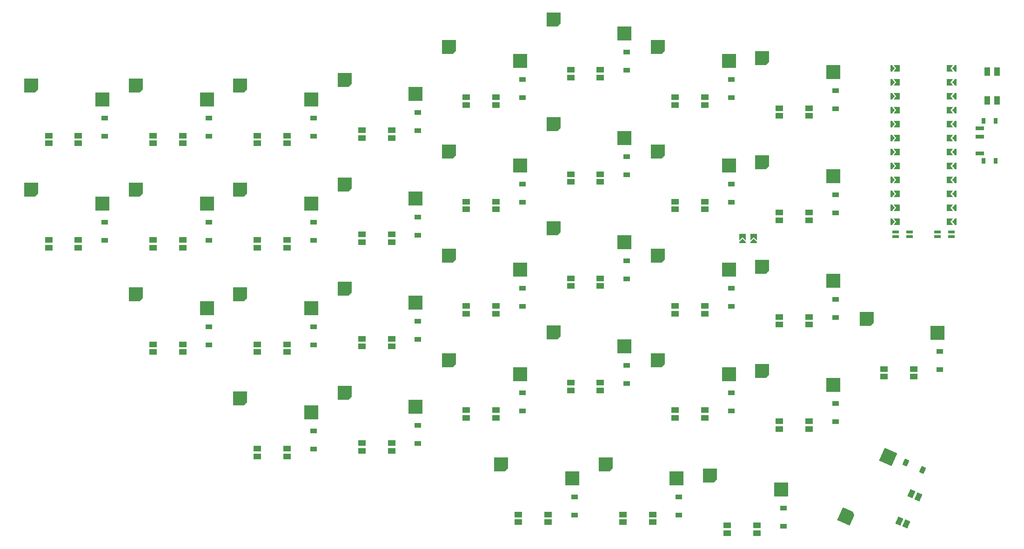
<source format=gbr>
%TF.GenerationSoftware,KiCad,Pcbnew,8.0.6*%
%TF.CreationDate,2025-01-09T22:44:34+01:00*%
%TF.ProjectId,deley,64656c65-792e-46b6-9963-61645f706362,0.1*%
%TF.SameCoordinates,Original*%
%TF.FileFunction,Paste,Top*%
%TF.FilePolarity,Positive*%
%FSLAX46Y46*%
G04 Gerber Fmt 4.6, Leading zero omitted, Abs format (unit mm)*
G04 Created by KiCad (PCBNEW 8.0.6) date 2025-01-09 22:44:34*
%MOMM*%
%LPD*%
G01*
G04 APERTURE LIST*
G04 Aperture macros list*
%AMRotRect*
0 Rectangle, with rotation*
0 The origin of the aperture is its center*
0 $1 length*
0 $2 width*
0 $3 Rotation angle, in degrees counterclockwise*
0 Add horizontal line*
21,1,$1,$2,0,0,$3*%
%AMOutline5P*
0 Free polygon, 5 corners , with rotation*
0 The origin of the aperture is its center*
0 number of corners: always 5*
0 $1 to $10 corner X, Y*
0 $11 Rotation angle, in degrees counterclockwise*
0 create outline with 5 corners*
4,1,5,$1,$2,$3,$4,$5,$6,$7,$8,$9,$10,$1,$2,$11*%
%AMOutline6P*
0 Free polygon, 6 corners , with rotation*
0 The origin of the aperture is its center*
0 number of corners: always 6*
0 $1 to $12 corner X, Y*
0 $13 Rotation angle, in degrees counterclockwise*
0 create outline with 6 corners*
4,1,6,$1,$2,$3,$4,$5,$6,$7,$8,$9,$10,$11,$12,$1,$2,$13*%
%AMOutline7P*
0 Free polygon, 7 corners , with rotation*
0 The origin of the aperture is its center*
0 number of corners: always 7*
0 $1 to $14 corner X, Y*
0 $15 Rotation angle, in degrees counterclockwise*
0 create outline with 7 corners*
4,1,7,$1,$2,$3,$4,$5,$6,$7,$8,$9,$10,$11,$12,$13,$14,$1,$2,$15*%
%AMOutline8P*
0 Free polygon, 8 corners , with rotation*
0 The origin of the aperture is its center*
0 number of corners: always 8*
0 $1 to $16 corner X, Y*
0 $17 Rotation angle, in degrees counterclockwise*
0 create outline with 8 corners*
4,1,8,$1,$2,$3,$4,$5,$6,$7,$8,$9,$10,$11,$12,$13,$14,$15,$16,$1,$2,$17*%
%AMFreePoly0*
4,1,6,0.500000,-0.625000,-0.650000,-0.625000,-0.150000,0.000000,-0.650000,0.625000,0.500000,0.625000,0.500000,-0.625000,0.500000,-0.625000,$1*%
%AMFreePoly1*
4,1,6,0.250000,0.000000,-0.250000,-0.625000,-0.500000,-0.625000,-0.500000,0.625000,-0.250000,0.625000,0.250000,0.000000,0.250000,0.000000,$1*%
%AMFreePoly2*
4,1,6,0.600000,-0.200000,0.600000,-0.400000,-0.600000,-0.400000,-0.600000,-0.200000,0.000000,0.400000,0.600000,-0.200000,0.600000,-0.200000,$1*%
%AMFreePoly3*
4,1,6,0.600000,-1.000000,0.000000,-0.400000,-0.600000,-1.000000,-0.600000,0.250000,0.600000,0.250000,0.600000,-1.000000,0.600000,-1.000000,$1*%
G04 Aperture macros list end*
%ADD10R,1.200000X0.900000*%
%ADD11RotRect,0.900000X1.200000X156.000000*%
%ADD12FreePoly0,0.000000*%
%ADD13FreePoly0,180.000000*%
%ADD14FreePoly1,0.000000*%
%ADD15FreePoly1,180.000000*%
%ADD16R,1.500000X0.700000*%
%ADD17R,0.800000X1.000000*%
%ADD18R,1.000000X1.550000*%
%ADD19R,1.200000X0.600000*%
%ADD20RotRect,1.400000X1.000000X246.000000*%
%ADD21R,1.400000X1.000000*%
%ADD22Outline5P,-1.275000X1.250000X1.275000X1.250000X1.275000X-0.750000X0.775000X-1.250000X-1.275000X-1.250000X0.000000*%
%ADD23R,2.550000X2.500000*%
%ADD24FreePoly2,0.000000*%
%ADD25FreePoly3,0.000000*%
%ADD26Outline5P,-1.275000X1.250000X1.275000X1.250000X1.275000X-0.750000X0.775000X-1.250000X-1.275000X-1.250000X66.000000*%
%ADD27RotRect,2.550000X2.500000X66.000000*%
G04 APERTURE END LIST*
D10*
%TO.C,D22*%
X231500000Y-163850000D03*
X231500000Y-167150000D03*
%TD*%
D11*
%TO.C,D33*%
X263327039Y-176594136D03*
X266341739Y-177936366D03*
%TD*%
D12*
%TO.C,MCU1*%
X261725000Y-104800000D03*
X261725000Y-107340000D03*
X261725000Y-109880000D03*
X261725000Y-112420000D03*
X261725000Y-114960000D03*
X261725000Y-117500000D03*
X261725000Y-120040000D03*
X261725000Y-122580000D03*
X261725000Y-125120000D03*
X261725000Y-127660000D03*
X261725000Y-130200000D03*
X261725000Y-132740000D03*
D13*
X271275000Y-132740000D03*
X271275000Y-130200000D03*
X271275000Y-127660000D03*
X271275000Y-125120000D03*
X271275000Y-122580000D03*
X271275000Y-120040000D03*
X271275000Y-117500000D03*
X271275000Y-114960000D03*
X271275000Y-112420000D03*
X271275000Y-109880000D03*
X271275000Y-107340000D03*
X271275000Y-104800000D03*
D14*
X261000000Y-104800000D03*
X261000000Y-107340000D03*
X261000000Y-109880000D03*
X261000000Y-112420000D03*
X261000000Y-114960000D03*
X261000000Y-117500000D03*
X261000000Y-120040000D03*
X261000000Y-122580000D03*
X261000000Y-125120000D03*
X261000000Y-127660000D03*
X261000000Y-130200000D03*
X261000000Y-132740000D03*
D15*
X272000000Y-132740000D03*
X272000000Y-130200000D03*
X272000000Y-127660000D03*
X272000000Y-125120000D03*
X272000000Y-122580000D03*
X272000000Y-120040000D03*
X272000000Y-117500000D03*
X272000000Y-114960000D03*
X272000000Y-112420000D03*
X272000000Y-109880000D03*
X272000000Y-107340000D03*
X272000000Y-104800000D03*
%TD*%
D10*
%TO.C,D14*%
X193500000Y-163850000D03*
X193500000Y-167150000D03*
%TD*%
%TO.C,D17*%
X193500000Y-106850000D03*
X193500000Y-110150000D03*
%TD*%
%TO.C,D7*%
X155500000Y-151850000D03*
X155500000Y-155150000D03*
%TD*%
%TO.C,D2*%
X117500000Y-113850000D03*
X117500000Y-117150000D03*
%TD*%
%TO.C,D16*%
X193500000Y-125850000D03*
X193500000Y-129150000D03*
%TD*%
%TO.C,D21*%
X212500000Y-101850000D03*
X212500000Y-105150000D03*
%TD*%
%TO.C,D9*%
X155500000Y-113850000D03*
X155500000Y-117150000D03*
%TD*%
%TO.C,D15*%
X193500000Y-144850000D03*
X193500000Y-148150000D03*
%TD*%
%TO.C,D24*%
X231500000Y-125850000D03*
X231500000Y-129150000D03*
%TD*%
%TO.C,D18*%
X212500000Y-158850000D03*
X212500000Y-162150000D03*
%TD*%
%TO.C,D32*%
X241000000Y-184850000D03*
X241000000Y-188150000D03*
%TD*%
D16*
%TO.C,PWR1*%
X276765000Y-115750000D03*
X276765000Y-117250000D03*
X276765000Y-120250000D03*
D17*
X279625000Y-121650000D03*
X279625000Y-114350000D03*
X277415000Y-121650000D03*
X277415000Y-114350000D03*
%TD*%
D10*
%TO.C,D23*%
X231500000Y-144850000D03*
X231500000Y-148150000D03*
%TD*%
%TO.C,D28*%
X250500000Y-127850000D03*
X250500000Y-131150000D03*
%TD*%
%TO.C,D13*%
X174500000Y-112850000D03*
X174500000Y-116150000D03*
%TD*%
%TO.C,D10*%
X174500000Y-169850000D03*
X174500000Y-173150000D03*
%TD*%
%TO.C,D27*%
X250500000Y-146850000D03*
X250500000Y-150150000D03*
%TD*%
%TO.C,D20*%
X212500000Y-120850000D03*
X212500000Y-124150000D03*
%TD*%
%TO.C,D4*%
X136500000Y-132850000D03*
X136500000Y-136150000D03*
%TD*%
%TO.C,D31*%
X222000000Y-182850000D03*
X222000000Y-186150000D03*
%TD*%
%TO.C,D19*%
X212500000Y-139850000D03*
X212500000Y-143150000D03*
%TD*%
D18*
%TO.C,RST1*%
X278150000Y-105375000D03*
X279850000Y-105375000D03*
X278150000Y-110625000D03*
X279850000Y-110625000D03*
%TD*%
D10*
%TO.C,D30*%
X203000000Y-182850000D03*
X203000000Y-186150000D03*
%TD*%
%TO.C,D6*%
X155500000Y-170850000D03*
X155500000Y-174150000D03*
%TD*%
%TO.C,D12*%
X174500000Y-131850000D03*
X174500000Y-135150000D03*
%TD*%
%TO.C,D3*%
X136500000Y-151850000D03*
X136500000Y-155150000D03*
%TD*%
%TO.C,D34*%
X269500000Y-156350000D03*
X269500000Y-159650000D03*
%TD*%
%TO.C,D8*%
X155500000Y-132850000D03*
X155500000Y-136150000D03*
%TD*%
%TO.C,D29*%
X250500000Y-108850000D03*
X250500000Y-112150000D03*
%TD*%
%TO.C,D26*%
X250500000Y-165850000D03*
X250500000Y-169150000D03*
%TD*%
%TO.C,D25*%
X231500000Y-106850000D03*
X231500000Y-110150000D03*
%TD*%
%TO.C,D11*%
X174500000Y-150850000D03*
X174500000Y-154150000D03*
%TD*%
D19*
%TO.C,DISP1*%
X271580000Y-134550000D03*
X269040000Y-134550000D03*
X263960000Y-134550000D03*
X261420000Y-134550000D03*
X271580000Y-135450000D03*
X269040000Y-135450000D03*
X263960000Y-135450000D03*
X261420000Y-135450000D03*
%TD*%
D10*
%TO.C,D5*%
X136500000Y-113850000D03*
X136500000Y-117150000D03*
%TD*%
%TO.C,D1*%
X117500000Y-132850000D03*
X117500000Y-136150000D03*
%TD*%
D20*
%TO.C,LED34*%
X265577012Y-182850142D03*
X264298048Y-182280711D03*
X262101670Y-187213856D03*
X263380634Y-187783287D03*
%TD*%
D21*
%TO.C,LED6*%
X145300000Y-174050000D03*
X145300000Y-175450000D03*
X150700000Y-175450000D03*
X150700000Y-174050000D03*
%TD*%
%TO.C,LED11*%
X183300000Y-148050000D03*
X183300000Y-149450000D03*
X188700000Y-149450000D03*
X188700000Y-148050000D03*
%TD*%
D22*
%TO.C,S30*%
X189658000Y-176920000D03*
D23*
X202585000Y-179460000D03*
%TD*%
D24*
%TO.C,JST1*%
X233600000Y-136200000D03*
X235600000Y-136200000D03*
D25*
X233600000Y-135184000D03*
X235600000Y-135184000D03*
%TD*%
D21*
%TO.C,LED3*%
X126300000Y-155050000D03*
X126300000Y-156450000D03*
X131700000Y-156450000D03*
X131700000Y-155050000D03*
%TD*%
D22*
%TO.C,S16*%
X180158000Y-119920000D03*
D23*
X193085000Y-122460000D03*
%TD*%
D21*
%TO.C,LED26*%
X207700000Y-144450000D03*
X207700000Y-143050000D03*
X202300000Y-143050000D03*
X202300000Y-144450000D03*
%TD*%
D22*
%TO.C,S14*%
X180158000Y-157920000D03*
D23*
X193085000Y-160460000D03*
%TD*%
D21*
%TO.C,LED14*%
X221300000Y-167050000D03*
X221300000Y-168450000D03*
X226700000Y-168450000D03*
X226700000Y-167050000D03*
%TD*%
D22*
%TO.C,S25*%
X218158000Y-100920000D03*
D23*
X231085000Y-103460000D03*
%TD*%
D22*
%TO.C,S28*%
X237158000Y-121920000D03*
D23*
X250085000Y-124460000D03*
%TD*%
D21*
%TO.C,LED21*%
X169700000Y-174450000D03*
X169700000Y-173050000D03*
X164300000Y-173050000D03*
X164300000Y-174450000D03*
%TD*%
%TO.C,LED12*%
X183300000Y-129050000D03*
X183300000Y-130450000D03*
X188700000Y-130450000D03*
X188700000Y-129050000D03*
%TD*%
%TO.C,LED25*%
X207700000Y-163450000D03*
X207700000Y-162050000D03*
X202300000Y-162050000D03*
X202300000Y-163450000D03*
%TD*%
%TO.C,LED8*%
X145300000Y-136050000D03*
X145300000Y-137450000D03*
X150700000Y-137450000D03*
X150700000Y-136050000D03*
%TD*%
%TO.C,LED20*%
X259300000Y-159550000D03*
X259300000Y-160950000D03*
X264700000Y-160950000D03*
X264700000Y-159550000D03*
%TD*%
D22*
%TO.C,S31*%
X208658000Y-176920000D03*
D23*
X221585000Y-179460000D03*
%TD*%
D22*
%TO.C,S24*%
X218158000Y-119920000D03*
D23*
X231085000Y-122460000D03*
%TD*%
D21*
%TO.C,LED30*%
X245700000Y-151450000D03*
X245700000Y-150050000D03*
X240300000Y-150050000D03*
X240300000Y-151450000D03*
%TD*%
%TO.C,LED19*%
X230800000Y-188050000D03*
X230800000Y-189450000D03*
X236200000Y-189450000D03*
X236200000Y-188050000D03*
%TD*%
%TO.C,LED9*%
X145300000Y-117050000D03*
X145300000Y-118450000D03*
X150700000Y-118450000D03*
X150700000Y-117050000D03*
%TD*%
D22*
%TO.C,S21*%
X199158000Y-95920000D03*
D23*
X212085000Y-98460000D03*
%TD*%
D22*
%TO.C,S13*%
X161158000Y-106920000D03*
D23*
X174085000Y-109460000D03*
%TD*%
D21*
%TO.C,LED23*%
X169700000Y-136450000D03*
X169700000Y-135050000D03*
X164300000Y-135050000D03*
X164300000Y-136450000D03*
%TD*%
%TO.C,LED31*%
X245700000Y-132450000D03*
X245700000Y-131050000D03*
X240300000Y-131050000D03*
X240300000Y-132450000D03*
%TD*%
%TO.C,LED1*%
X107300000Y-136050000D03*
X107300000Y-137450000D03*
X112700000Y-137450000D03*
X112700000Y-136050000D03*
%TD*%
%TO.C,LED24*%
X169700000Y-117450000D03*
X169700000Y-116050000D03*
X164300000Y-116050000D03*
X164300000Y-117450000D03*
%TD*%
D22*
%TO.C,S27*%
X237158000Y-140920000D03*
D23*
X250085000Y-143460000D03*
%TD*%
D22*
%TO.C,S32*%
X227658000Y-178920000D03*
D23*
X240585000Y-181460000D03*
%TD*%
D21*
%TO.C,LED5*%
X126300000Y-117050000D03*
X126300000Y-118450000D03*
X131700000Y-118450000D03*
X131700000Y-117050000D03*
%TD*%
D22*
%TO.C,S11*%
X161158000Y-144920000D03*
D23*
X174085000Y-147460000D03*
%TD*%
D22*
%TO.C,S3*%
X123158000Y-145920000D03*
D23*
X136085000Y-148460000D03*
%TD*%
D22*
%TO.C,S10*%
X161158000Y-163920000D03*
D23*
X174085000Y-166460000D03*
%TD*%
D21*
%TO.C,LED33*%
X217200000Y-187450000D03*
X217200000Y-186050000D03*
X211800000Y-186050000D03*
X211800000Y-187450000D03*
%TD*%
D22*
%TO.C,S7*%
X142158000Y-145920000D03*
D23*
X155085000Y-148460000D03*
%TD*%
D21*
%TO.C,LED22*%
X169700000Y-155450000D03*
X169700000Y-154050000D03*
X164300000Y-154050000D03*
X164300000Y-155450000D03*
%TD*%
%TO.C,LED28*%
X207700000Y-106450000D03*
X207700000Y-105050000D03*
X202300000Y-105050000D03*
X202300000Y-106450000D03*
%TD*%
D22*
%TO.C,S8*%
X142158000Y-126920000D03*
D23*
X155085000Y-129460000D03*
%TD*%
D22*
%TO.C,S18*%
X199158000Y-152920000D03*
D23*
X212085000Y-155460000D03*
%TD*%
D22*
%TO.C,S23*%
X218158000Y-138920000D03*
D23*
X231085000Y-141460000D03*
%TD*%
D22*
%TO.C,S1*%
X104158000Y-126920000D03*
D23*
X117085000Y-129460000D03*
%TD*%
D21*
%TO.C,LED27*%
X207700000Y-125450000D03*
X207700000Y-124050000D03*
X202300000Y-124050000D03*
X202300000Y-125450000D03*
%TD*%
%TO.C,LED18*%
X192800000Y-186050000D03*
X192800000Y-187450000D03*
X198200000Y-187450000D03*
X198200000Y-186050000D03*
%TD*%
%TO.C,LED16*%
X221300000Y-129050000D03*
X221300000Y-130450000D03*
X226700000Y-130450000D03*
X226700000Y-129050000D03*
%TD*%
%TO.C,LED7*%
X145300000Y-155050000D03*
X145300000Y-156450000D03*
X150700000Y-156450000D03*
X150700000Y-155050000D03*
%TD*%
D22*
%TO.C,S4*%
X123158000Y-126920000D03*
D23*
X136085000Y-129460000D03*
%TD*%
D22*
%TO.C,S29*%
X237158000Y-102920000D03*
D23*
X250085000Y-105460000D03*
%TD*%
D22*
%TO.C,S2*%
X104158000Y-107920000D03*
D23*
X117085000Y-110460000D03*
%TD*%
D21*
%TO.C,LED15*%
X221300000Y-148050000D03*
X221300000Y-149450000D03*
X226700000Y-149450000D03*
X226700000Y-148050000D03*
%TD*%
%TO.C,LED29*%
X245700000Y-170450000D03*
X245700000Y-169050000D03*
X240300000Y-169050000D03*
X240300000Y-170450000D03*
%TD*%
D22*
%TO.C,S26*%
X237158000Y-159920000D03*
D23*
X250085000Y-162460000D03*
%TD*%
D21*
%TO.C,LED13*%
X183300000Y-110050000D03*
X183300000Y-111450000D03*
X188700000Y-111450000D03*
X188700000Y-110050000D03*
%TD*%
D26*
%TO.C,S33*%
X252483034Y-186370710D03*
D27*
X260061324Y-175594419D03*
%TD*%
D22*
%TO.C,S6*%
X142158000Y-164920000D03*
D23*
X155085000Y-167460000D03*
%TD*%
D22*
%TO.C,S34*%
X256158000Y-150420000D03*
D23*
X269085000Y-152960000D03*
%TD*%
D22*
%TO.C,S19*%
X199158000Y-133920000D03*
D23*
X212085000Y-136460000D03*
%TD*%
D22*
%TO.C,S15*%
X180158000Y-138920000D03*
D23*
X193085000Y-141460000D03*
%TD*%
D22*
%TO.C,S20*%
X199158000Y-114920000D03*
D23*
X212085000Y-117460000D03*
%TD*%
D21*
%TO.C,LED17*%
X221300000Y-110050000D03*
X221300000Y-111450000D03*
X226700000Y-111450000D03*
X226700000Y-110050000D03*
%TD*%
%TO.C,LED32*%
X245700000Y-113450000D03*
X245700000Y-112050000D03*
X240300000Y-112050000D03*
X240300000Y-113450000D03*
%TD*%
D22*
%TO.C,S22*%
X218158000Y-157920000D03*
D23*
X231085000Y-160460000D03*
%TD*%
D22*
%TO.C,S5*%
X123158000Y-107920000D03*
D23*
X136085000Y-110460000D03*
%TD*%
D21*
%TO.C,LED10*%
X183300000Y-167050000D03*
X183300000Y-168450000D03*
X188700000Y-168450000D03*
X188700000Y-167050000D03*
%TD*%
%TO.C,LED4*%
X126300000Y-136050000D03*
X126300000Y-137450000D03*
X131700000Y-137450000D03*
X131700000Y-136050000D03*
%TD*%
D22*
%TO.C,S12*%
X161158000Y-125920000D03*
D23*
X174085000Y-128460000D03*
%TD*%
D21*
%TO.C,LED2*%
X107300000Y-117050000D03*
X107300000Y-118450000D03*
X112700000Y-118450000D03*
X112700000Y-117050000D03*
%TD*%
D22*
%TO.C,S9*%
X142158000Y-107920000D03*
D23*
X155085000Y-110460000D03*
%TD*%
D22*
%TO.C,S17*%
X180158000Y-100920000D03*
D23*
X193085000Y-103460000D03*
%TD*%
M02*

</source>
